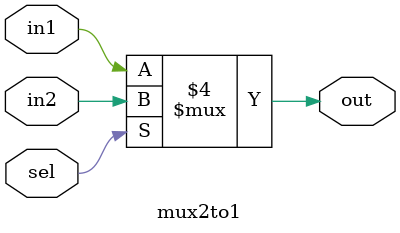
<source format=v>
module mux2to1(input in1,in2,sel,output reg out);
always@(in1,in2,sel)
begin
if(sel==0)
out=in1;
else
out=in2;
end
endmodule

</source>
